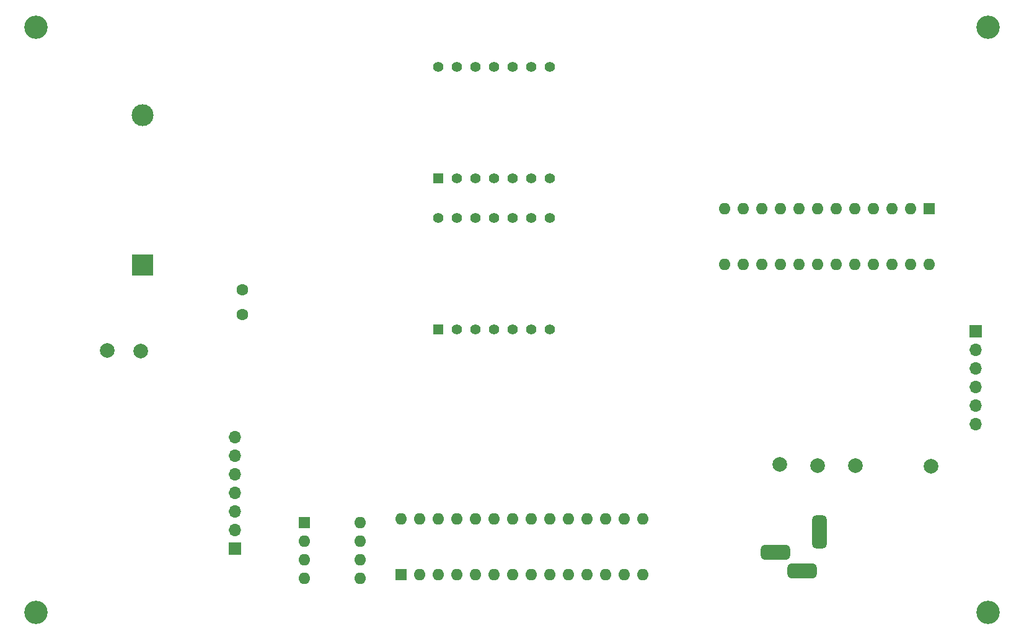
<source format=gbr>
%TF.GenerationSoftware,KiCad,Pcbnew,(6.0.5)*%
%TF.CreationDate,2022-07-21T16:44:05-07:00*%
%TF.ProjectId,rectangle-clock,72656374-616e-4676-9c65-2d636c6f636b,rev?*%
%TF.SameCoordinates,PX4c4b400PY8a48640*%
%TF.FileFunction,Soldermask,Bot*%
%TF.FilePolarity,Negative*%
%FSLAX46Y46*%
G04 Gerber Fmt 4.6, Leading zero omitted, Abs format (unit mm)*
G04 Created by KiCad (PCBNEW (6.0.5)) date 2022-07-21 16:44:05*
%MOMM*%
%LPD*%
G01*
G04 APERTURE LIST*
G04 Aperture macros list*
%AMRoundRect*
0 Rectangle with rounded corners*
0 $1 Rounding radius*
0 $2 $3 $4 $5 $6 $7 $8 $9 X,Y pos of 4 corners*
0 Add a 4 corners polygon primitive as box body*
4,1,4,$2,$3,$4,$5,$6,$7,$8,$9,$2,$3,0*
0 Add four circle primitives for the rounded corners*
1,1,$1+$1,$2,$3*
1,1,$1+$1,$4,$5*
1,1,$1+$1,$6,$7*
1,1,$1+$1,$8,$9*
0 Add four rect primitives between the rounded corners*
20,1,$1+$1,$2,$3,$4,$5,0*
20,1,$1+$1,$4,$5,$6,$7,0*
20,1,$1+$1,$6,$7,$8,$9,0*
20,1,$1+$1,$8,$9,$2,$3,0*%
G04 Aperture macros list end*
%ADD10C,3.200000*%
%ADD11R,1.400000X1.400000*%
%ADD12C,1.400000*%
%ADD13C,2.000000*%
%ADD14R,1.700000X1.700000*%
%ADD15O,1.700000X1.700000*%
%ADD16RoundRect,0.500000X0.500000X-1.750000X0.500000X1.750000X-0.500000X1.750000X-0.500000X-1.750000X0*%
%ADD17RoundRect,0.500000X1.500000X0.500000X-1.500000X0.500000X-1.500000X-0.500000X1.500000X-0.500000X0*%
%ADD18R,3.000000X3.000000*%
%ADD19C,3.000000*%
%ADD20R,1.600000X1.600000*%
%ADD21O,1.600000X1.600000*%
%ADD22C,1.600000*%
G04 APERTURE END LIST*
D10*
%TO.C,H4*%
X135000000Y5000000D03*
%TD*%
D11*
%TO.C,DS1*%
X59954000Y43654000D03*
D12*
X62494000Y43654000D03*
X65034000Y43654000D03*
X67574000Y43654000D03*
X70114000Y43654000D03*
X72654000Y43654000D03*
X75194000Y43654000D03*
X75194000Y58894000D03*
X72654000Y58894000D03*
X70114000Y58894000D03*
X67574000Y58894000D03*
X65034000Y58894000D03*
X62494000Y58894000D03*
X59954000Y58894000D03*
%TD*%
D13*
%TO.C,TP6*%
X116930000Y25010000D03*
%TD*%
D14*
%TO.C,J1*%
X32160000Y13665000D03*
D15*
X32160000Y16205000D03*
X32160000Y18745000D03*
X32160000Y21285000D03*
X32160000Y23825000D03*
X32160000Y26365000D03*
X32160000Y28905000D03*
%TD*%
D16*
%TO.C,J2*%
X111968000Y15968000D03*
D17*
X109668000Y10668000D03*
X105968000Y13168000D03*
%TD*%
D18*
%TO.C,BT1*%
X19567984Y52473686D03*
D19*
X19567984Y72963686D03*
%TD*%
D11*
%TO.C,DS2*%
X59954000Y64349000D03*
D12*
X62494000Y64349000D03*
X65034000Y64349000D03*
X67574000Y64349000D03*
X70114000Y64349000D03*
X72654000Y64349000D03*
X75194000Y64349000D03*
X75194000Y79589000D03*
X72654000Y79589000D03*
X70114000Y79589000D03*
X67574000Y79589000D03*
X65034000Y79589000D03*
X62494000Y79589000D03*
X59954000Y79589000D03*
%TD*%
D20*
%TO.C,U4*%
X127015000Y60154000D03*
D21*
X124475000Y60154000D03*
X121935000Y60154000D03*
X119395000Y60154000D03*
X116855000Y60154000D03*
X114315000Y60154000D03*
X111775000Y60154000D03*
X109235000Y60154000D03*
X106695000Y60154000D03*
X104155000Y60154000D03*
X101615000Y60154000D03*
X99075000Y60154000D03*
X99075000Y52534000D03*
X101615000Y52534000D03*
X104155000Y52534000D03*
X106695000Y52534000D03*
X109235000Y52534000D03*
X111775000Y52534000D03*
X114315000Y52534000D03*
X116855000Y52534000D03*
X119395000Y52534000D03*
X121935000Y52534000D03*
X124475000Y52534000D03*
X127015000Y52534000D03*
%TD*%
D22*
%TO.C,R6*%
X33210000Y49105000D03*
X33210000Y45705000D03*
%TD*%
D13*
%TO.C,TP3*%
X19330000Y40690000D03*
%TD*%
D10*
%TO.C,H2*%
X135000000Y85000000D03*
%TD*%
D20*
%TO.C,U1*%
X41676000Y17228000D03*
D21*
X41676000Y14688000D03*
X41676000Y12148000D03*
X41676000Y9608000D03*
X49296000Y9608000D03*
X49296000Y12148000D03*
X49296000Y14688000D03*
X49296000Y17228000D03*
%TD*%
D10*
%TO.C,H3*%
X5000000Y5000000D03*
%TD*%
D13*
%TO.C,TP4*%
X106550000Y25200000D03*
%TD*%
D10*
%TO.C,H1*%
X5000000Y85000000D03*
%TD*%
D20*
%TO.C,U3*%
X54884000Y10136000D03*
D21*
X57424000Y10136000D03*
X59964000Y10136000D03*
X62504000Y10136000D03*
X65044000Y10136000D03*
X67584000Y10136000D03*
X70124000Y10136000D03*
X72664000Y10136000D03*
X75204000Y10136000D03*
X77744000Y10136000D03*
X80284000Y10136000D03*
X82824000Y10136000D03*
X85364000Y10136000D03*
X87904000Y10136000D03*
X87904000Y17756000D03*
X85364000Y17756000D03*
X82824000Y17756000D03*
X80284000Y17756000D03*
X77744000Y17756000D03*
X75204000Y17756000D03*
X72664000Y17756000D03*
X70124000Y17756000D03*
X67584000Y17756000D03*
X65044000Y17756000D03*
X62504000Y17756000D03*
X59964000Y17756000D03*
X57424000Y17756000D03*
X54884000Y17756000D03*
%TD*%
D14*
%TO.C,J3*%
X133360000Y43400000D03*
D15*
X133360000Y40860000D03*
X133360000Y38320000D03*
X133360000Y35780000D03*
X133360000Y33240000D03*
X133360000Y30700000D03*
%TD*%
D13*
%TO.C,TP5*%
X111730000Y25010000D03*
%TD*%
%TO.C,TP1*%
X127210000Y24920000D03*
%TD*%
%TO.C,TP2*%
X14680000Y40760000D03*
%TD*%
M02*

</source>
